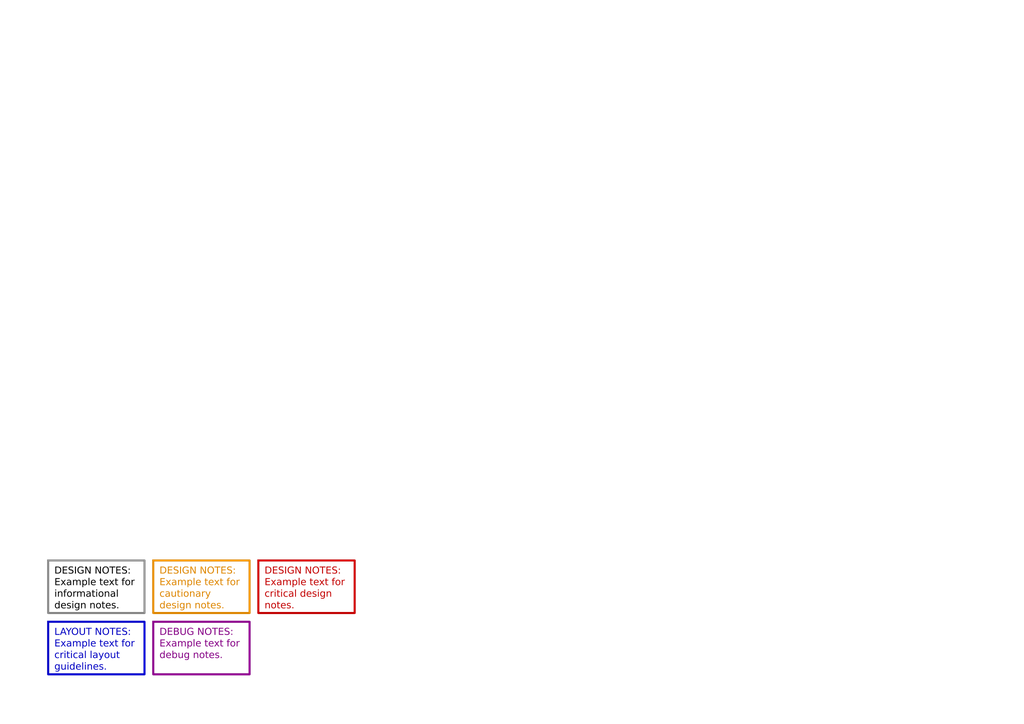
<source format=kicad_sch>
(kicad_sch
	(version 20250114)
	(generator "eeschema")
	(generator_version "9.0")
	(uuid "53a77f7c-61ec-4227-bc8b-595d03316b48")
	(paper "A4")
	(lib_symbols)
	(text_box "DESIGN NOTES:\nExample text for informational design notes."
		(exclude_from_sim no)
		(at 13.97 162.56 0)
		(size 27.94 15.24)
		(margins 1.8 1.8 1.8 1.8)
		(stroke
			(width 0.6)
			(type default)
			(color 132 132 132 1)
		)
		(fill
			(type none)
		)
		(effects
			(font
				(face "Arial")
				(size 2 2)
				(color 0 0 0 1)
			)
			(justify left top)
		)
		(uuid "32bc6c70-b4b3-42f0-97bf-f8be26132c34")
	)
	(text_box "DESIGN NOTES:\nExample text for critical design notes."
		(exclude_from_sim no)
		(at 74.93 162.56 0)
		(size 27.94 15.24)
		(margins 1.8 1.8 1.8 1.8)
		(stroke
			(width 0.6)
			(type default)
			(color 194 0 0 1)
		)
		(fill
			(type none)
		)
		(effects
			(font
				(face "Arial")
				(size 2 2)
				(color 194 0 0 1)
			)
			(justify left top)
		)
		(uuid "48722c96-9406-40e8-a76b-ae2a344664f4")
	)
	(text_box "DESIGN NOTES:\nExample text for cautionary design notes."
		(exclude_from_sim no)
		(at 44.45 162.56 0)
		(size 27.94 15.24)
		(margins 1.8 1.8 1.8 1.8)
		(stroke
			(width 0.6)
			(type default)
			(color 221 133 0 1)
		)
		(fill
			(type none)
		)
		(effects
			(font
				(face "Arial")
				(size 2 2)
				(color 221 133 0 1)
			)
			(justify left top)
		)
		(uuid "898d75a5-1119-48e5-bae6-c655e39a015b")
	)
	(text_box "DEBUG NOTES:\nExample text for debug notes."
		(exclude_from_sim no)
		(at 44.45 180.34 0)
		(size 27.94 15.24)
		(margins 1.8 1.8 1.8 1.8)
		(stroke
			(width 0.6)
			(type default)
			(color 132 0 132 1)
		)
		(fill
			(type none)
		)
		(effects
			(font
				(face "Arial")
				(size 2 2)
				(color 132 0 132 1)
			)
			(justify left top)
		)
		(uuid "8f377fbd-5d12-41e1-88c2-ffe13addb587")
	)
	(text_box "LAYOUT NOTES:\nExample text for critical layout guidelines."
		(exclude_from_sim no)
		(at 13.97 180.34 0)
		(size 27.94 15.24)
		(margins 1.8 1.8 1.8 1.8)
		(stroke
			(width 0.6)
			(type default)
			(color 0 0 194 1)
		)
		(fill
			(type none)
		)
		(effects
			(font
				(face "Arial")
				(size 2 2)
				(color 0 0 194 1)
			)
			(justify left top)
		)
		(uuid "9b5bf2c4-0bdd-49ea-9a77-f9e3f6ae0397")
	)
	(sheet
		(at 250.19 218.44)
		(size 35.56 5.08)
		(exclude_from_sim no)
		(in_bom yes)
		(on_board yes)
		(dnp no)
		(stroke
			(width 0)
			(type solid)
		)
		(fill
			(color 0 0 0 0.0000)
		)
		(uuid "2021ea5f-d54f-4e1b-a301-7bfd184df591")
		(property "Sheetname" "Revision History"
			(at 250.19 217.17 0)
			(effects
				(font
					(face "Times New Roman")
					(size 1.905 1.905)
					(bold yes)
					(color 0 0 0 1)
				)
				(justify left bottom)
			)
		)
		(property "Sheetfile" "Revision History.kicad_sch"
			(at 250.825 219.71 0)
			(effects
				(font
					(face "Arial")
					(size 1.27 1.27)
				)
				(justify left top)
			)
		)
		(instances
			(project "2026_C_AV_LPSU"
				(path "/53a77f7c-61ec-4227-bc8b-595d03316b48"
					(page "5")
				)
			)
		)
	)
	(sheet
		(at 209.55 229.87)
		(size 35.56 5.08)
		(exclude_from_sim no)
		(in_bom yes)
		(on_board yes)
		(dnp no)
		(stroke
			(width 0.1524)
			(type solid)
		)
		(fill
			(color 0 0 0 0.0000)
		)
		(uuid "295dbe6a-fd29-4ee8-93ce-3881271e8549")
		(property "Sheetname" "Project Architecture"
			(at 209.55 228.8409 0)
			(effects
				(font
					(face "Times New Roman")
					(size 1.905 1.905)
					(bold yes)
					(color 0 0 0 1)
				)
				(justify left bottom)
			)
		)
		(property "Sheetfile" "Project Architecture.kicad_sch"
			(at 210.82 231.14 0)
			(effects
				(font
					(face "Arial")
					(size 1.27 1.27)
				)
				(justify left top)
			)
		)
		(instances
			(project "2026_C_AV_LPSU"
				(path "/53a77f7c-61ec-4227-bc8b-595d03316b48"
					(page "3")
				)
			)
		)
	)
	(sheet
		(at 209.55 218.44)
		(size 35.56 5.08)
		(exclude_from_sim no)
		(in_bom yes)
		(on_board yes)
		(dnp no)
		(stroke
			(width 0.1524)
			(type solid)
		)
		(fill
			(color 0 0 0 0.0000)
		)
		(uuid "366f6492-dde3-46cd-82a7-d2026dafb12e")
		(property "Sheetname" "Block Diagram"
			(at 209.55 217.4109 0)
			(effects
				(font
					(face "Times New Roman")
					(size 1.905 1.905)
					(bold yes)
					(color 0 0 0 1)
				)
				(justify left bottom)
			)
		)
		(property "Sheetfile" "Block Diagram.kicad_sch"
			(at 210.82 219.71 0)
			(effects
				(font
					(face "Arial")
					(size 1.27 1.27)
				)
				(justify left top)
			)
		)
		(instances
			(project "2026_C_AV_LPSU"
				(path "/53a77f7c-61ec-4227-bc8b-595d03316b48"
					(page "2")
				)
			)
		)
	)
	(sheet
		(at 250.19 229.87)
		(size 35.56 5.08)
		(exclude_from_sim no)
		(in_bom yes)
		(on_board yes)
		(dnp no)
		(stroke
			(width 0)
			(type solid)
		)
		(fill
			(color 0 0 0 0.0000)
		)
		(uuid "cb9debe2-fe5b-43b5-969e-b19eb3d985f9")
		(property "Sheetname" "Power - Sequencing"
			(at 250.19 228.6 0)
			(effects
				(font
					(face "Times New Roman")
					(size 1.905 1.905)
					(bold yes)
					(color 0 0 0 1)
				)
				(justify left bottom)
			)
		)
		(property "Sheetfile" "Power - Sequencing.kicad_sch"
			(at 250.825 231.14 0)
			(effects
				(font
					(face "Arial")
					(size 1.27 1.27)
				)
				(justify left top)
			)
		)
		(instances
			(project "2026_C_AV_LPSU"
				(path "/53a77f7c-61ec-4227-bc8b-595d03316b48"
					(page "4")
				)
			)
		)
	)
	(sheet_instances
		(path "/"
			(page "1")
		)
	)
	(embedded_fonts no)
)

</source>
